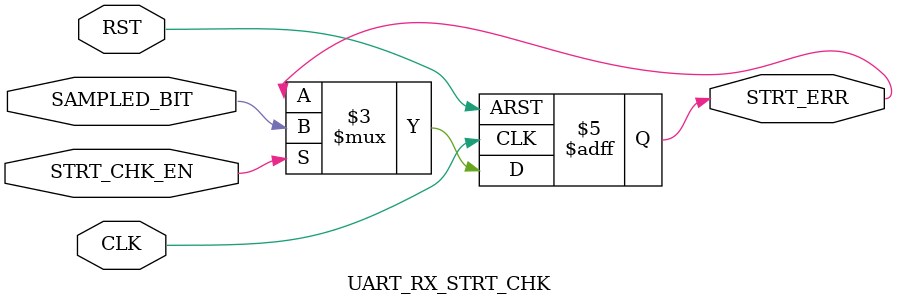
<source format=sv>
module UART_RX_STRT_CHK (
    input   wire    CLK,            // Clock signal
    input   wire    RST,            // Reset signal (active low)
    input   wire    SAMPLED_BIT,    // The start bit sampled from the received data
    input   wire    STRT_CHK_EN,    // Enable signal for start bit check
    output  reg     STRT_ERR        // Output signal indicating a start bit error
);

always @(posedge CLK or negedge RST)
begin
    if(!RST)
        STRT_ERR <= 1'b0;  // Clear the start error flag
    else if (STRT_CHK_EN)  // If start bit check is enabled
        STRT_ERR <= SAMPLED_BIT;  // Set STRT_ERR if the sampled start bit is not '0'
end

endmodule

</source>
